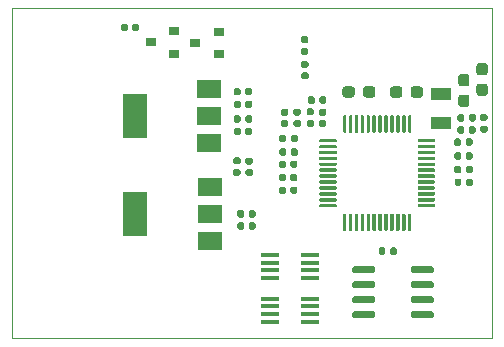
<source format=gbr>
%TF.GenerationSoftware,KiCad,Pcbnew,(5.1.6-0-10_14)*%
%TF.CreationDate,2021-06-09T21:20:11-05:00*%
%TF.ProjectId,led_driver_v2_06052021,6c65645f-6472-4697-9665-725f76325f30,rev?*%
%TF.SameCoordinates,Original*%
%TF.FileFunction,Paste,Top*%
%TF.FilePolarity,Positive*%
%FSLAX46Y46*%
G04 Gerber Fmt 4.6, Leading zero omitted, Abs format (unit mm)*
G04 Created by KiCad (PCBNEW (5.1.6-0-10_14)) date 2021-06-09 21:20:11*
%MOMM*%
%LPD*%
G01*
G04 APERTURE LIST*
%TA.AperFunction,Profile*%
%ADD10C,0.050000*%
%TD*%
%ADD11R,0.900000X0.800000*%
%ADD12R,2.000000X1.500000*%
%ADD13R,2.000000X3.800000*%
%ADD14R,1.600000X0.300000*%
%ADD15R,1.800000X1.000000*%
G04 APERTURE END LIST*
D10*
X182880000Y-25400000D02*
X142240000Y-25400000D01*
X182880000Y-53340000D02*
X182880000Y-25400000D01*
X142240000Y-53340000D02*
X182880000Y-53340000D01*
X142240000Y-25400000D02*
X142240000Y-53340000D01*
%TO.C,C1*%
G36*
G01*
X180707500Y-33745000D02*
X180232500Y-33745000D01*
G75*
G02*
X179995000Y-33507500I0J237500D01*
G01*
X179995000Y-32932500D01*
G75*
G02*
X180232500Y-32695000I237500J0D01*
G01*
X180707500Y-32695000D01*
G75*
G02*
X180945000Y-32932500I0J-237500D01*
G01*
X180945000Y-33507500D01*
G75*
G02*
X180707500Y-33745000I-237500J0D01*
G01*
G37*
G36*
G01*
X180707500Y-31995000D02*
X180232500Y-31995000D01*
G75*
G02*
X179995000Y-31757500I0J237500D01*
G01*
X179995000Y-31182500D01*
G75*
G02*
X180232500Y-30945000I237500J0D01*
G01*
X180707500Y-30945000D01*
G75*
G02*
X180945000Y-31182500I0J-237500D01*
G01*
X180945000Y-31757500D01*
G75*
G02*
X180707500Y-31995000I-237500J0D01*
G01*
G37*
%TD*%
%TO.C,C2*%
G36*
G01*
X182247500Y-31070000D02*
X181772500Y-31070000D01*
G75*
G02*
X181535000Y-30832500I0J237500D01*
G01*
X181535000Y-30257500D01*
G75*
G02*
X181772500Y-30020000I237500J0D01*
G01*
X182247500Y-30020000D01*
G75*
G02*
X182485000Y-30257500I0J-237500D01*
G01*
X182485000Y-30832500D01*
G75*
G02*
X182247500Y-31070000I-237500J0D01*
G01*
G37*
G36*
G01*
X182247500Y-32820000D02*
X181772500Y-32820000D01*
G75*
G02*
X181535000Y-32582500I0J237500D01*
G01*
X181535000Y-32007500D01*
G75*
G02*
X181772500Y-31770000I237500J0D01*
G01*
X182247500Y-31770000D01*
G75*
G02*
X182485000Y-32007500I0J-237500D01*
G01*
X182485000Y-32582500D01*
G75*
G02*
X182247500Y-32820000I-237500J0D01*
G01*
G37*
%TD*%
%TO.C,C3*%
G36*
G01*
X174215000Y-32717500D02*
X174215000Y-32242500D01*
G75*
G02*
X174452500Y-32005000I237500J0D01*
G01*
X175027500Y-32005000D01*
G75*
G02*
X175265000Y-32242500I0J-237500D01*
G01*
X175265000Y-32717500D01*
G75*
G02*
X175027500Y-32955000I-237500J0D01*
G01*
X174452500Y-32955000D01*
G75*
G02*
X174215000Y-32717500I0J237500D01*
G01*
G37*
G36*
G01*
X175965000Y-32717500D02*
X175965000Y-32242500D01*
G75*
G02*
X176202500Y-32005000I237500J0D01*
G01*
X176777500Y-32005000D01*
G75*
G02*
X177015000Y-32242500I0J-237500D01*
G01*
X177015000Y-32717500D01*
G75*
G02*
X176777500Y-32955000I-237500J0D01*
G01*
X176202500Y-32955000D01*
G75*
G02*
X175965000Y-32717500I0J237500D01*
G01*
G37*
%TD*%
%TO.C,C4*%
G36*
G01*
X171235000Y-32232500D02*
X171235000Y-32707500D01*
G75*
G02*
X170997500Y-32945000I-237500J0D01*
G01*
X170422500Y-32945000D01*
G75*
G02*
X170185000Y-32707500I0J237500D01*
G01*
X170185000Y-32232500D01*
G75*
G02*
X170422500Y-31995000I237500J0D01*
G01*
X170997500Y-31995000D01*
G75*
G02*
X171235000Y-32232500I0J-237500D01*
G01*
G37*
G36*
G01*
X172985000Y-32232500D02*
X172985000Y-32707500D01*
G75*
G02*
X172747500Y-32945000I-237500J0D01*
G01*
X172172500Y-32945000D01*
G75*
G02*
X171935000Y-32707500I0J237500D01*
G01*
X171935000Y-32232500D01*
G75*
G02*
X172172500Y-31995000I237500J0D01*
G01*
X172747500Y-31995000D01*
G75*
G02*
X172985000Y-32232500I0J-237500D01*
G01*
G37*
%TD*%
%TO.C,C5*%
G36*
G01*
X161970000Y-33692500D02*
X161970000Y-33347500D01*
G75*
G02*
X162117500Y-33200000I147500J0D01*
G01*
X162412500Y-33200000D01*
G75*
G02*
X162560000Y-33347500I0J-147500D01*
G01*
X162560000Y-33692500D01*
G75*
G02*
X162412500Y-33840000I-147500J0D01*
G01*
X162117500Y-33840000D01*
G75*
G02*
X161970000Y-33692500I0J147500D01*
G01*
G37*
G36*
G01*
X161000000Y-33692500D02*
X161000000Y-33347500D01*
G75*
G02*
X161147500Y-33200000I147500J0D01*
G01*
X161442500Y-33200000D01*
G75*
G02*
X161590000Y-33347500I0J-147500D01*
G01*
X161590000Y-33692500D01*
G75*
G02*
X161442500Y-33840000I-147500J0D01*
G01*
X161147500Y-33840000D01*
G75*
G02*
X161000000Y-33692500I0J147500D01*
G01*
G37*
%TD*%
%TO.C,C6*%
G36*
G01*
X162550000Y-35657500D02*
X162550000Y-36002500D01*
G75*
G02*
X162402500Y-36150000I-147500J0D01*
G01*
X162107500Y-36150000D01*
G75*
G02*
X161960000Y-36002500I0J147500D01*
G01*
X161960000Y-35657500D01*
G75*
G02*
X162107500Y-35510000I147500J0D01*
G01*
X162402500Y-35510000D01*
G75*
G02*
X162550000Y-35657500I0J-147500D01*
G01*
G37*
G36*
G01*
X161580000Y-35657500D02*
X161580000Y-36002500D01*
G75*
G02*
X161432500Y-36150000I-147500J0D01*
G01*
X161137500Y-36150000D01*
G75*
G02*
X160990000Y-36002500I0J147500D01*
G01*
X160990000Y-35657500D01*
G75*
G02*
X161137500Y-35510000I147500J0D01*
G01*
X161432500Y-35510000D01*
G75*
G02*
X161580000Y-35657500I0J-147500D01*
G01*
G37*
%TD*%
%TO.C,C7*%
G36*
G01*
X181987500Y-34350000D02*
X182332500Y-34350000D01*
G75*
G02*
X182480000Y-34497500I0J-147500D01*
G01*
X182480000Y-34792500D01*
G75*
G02*
X182332500Y-34940000I-147500J0D01*
G01*
X181987500Y-34940000D01*
G75*
G02*
X181840000Y-34792500I0J147500D01*
G01*
X181840000Y-34497500D01*
G75*
G02*
X181987500Y-34350000I147500J0D01*
G01*
G37*
G36*
G01*
X181987500Y-35320000D02*
X182332500Y-35320000D01*
G75*
G02*
X182480000Y-35467500I0J-147500D01*
G01*
X182480000Y-35762500D01*
G75*
G02*
X182332500Y-35910000I-147500J0D01*
G01*
X181987500Y-35910000D01*
G75*
G02*
X181840000Y-35762500I0J147500D01*
G01*
X181840000Y-35467500D01*
G75*
G02*
X181987500Y-35320000I147500J0D01*
G01*
G37*
%TD*%
%TO.C,C8*%
G36*
G01*
X181470000Y-35507500D02*
X181470000Y-35852500D01*
G75*
G02*
X181322500Y-36000000I-147500J0D01*
G01*
X181027500Y-36000000D01*
G75*
G02*
X180880000Y-35852500I0J147500D01*
G01*
X180880000Y-35507500D01*
G75*
G02*
X181027500Y-35360000I147500J0D01*
G01*
X181322500Y-35360000D01*
G75*
G02*
X181470000Y-35507500I0J-147500D01*
G01*
G37*
G36*
G01*
X180500000Y-35507500D02*
X180500000Y-35852500D01*
G75*
G02*
X180352500Y-36000000I-147500J0D01*
G01*
X180057500Y-36000000D01*
G75*
G02*
X179910000Y-35852500I0J147500D01*
G01*
X179910000Y-35507500D01*
G75*
G02*
X180057500Y-35360000I147500J0D01*
G01*
X180352500Y-35360000D01*
G75*
G02*
X180500000Y-35507500I0J-147500D01*
G01*
G37*
%TD*%
%TO.C,C9*%
G36*
G01*
X180515000Y-34487500D02*
X180515000Y-34832500D01*
G75*
G02*
X180367500Y-34980000I-147500J0D01*
G01*
X180072500Y-34980000D01*
G75*
G02*
X179925000Y-34832500I0J147500D01*
G01*
X179925000Y-34487500D01*
G75*
G02*
X180072500Y-34340000I147500J0D01*
G01*
X180367500Y-34340000D01*
G75*
G02*
X180515000Y-34487500I0J-147500D01*
G01*
G37*
G36*
G01*
X181485000Y-34487500D02*
X181485000Y-34832500D01*
G75*
G02*
X181337500Y-34980000I-147500J0D01*
G01*
X181042500Y-34980000D01*
G75*
G02*
X180895000Y-34832500I0J147500D01*
G01*
X180895000Y-34487500D01*
G75*
G02*
X181042500Y-34340000I147500J0D01*
G01*
X181337500Y-34340000D01*
G75*
G02*
X181485000Y-34487500I0J-147500D01*
G01*
G37*
%TD*%
%TO.C,C10*%
G36*
G01*
X174215000Y-46132500D02*
X174215000Y-45787500D01*
G75*
G02*
X174362500Y-45640000I147500J0D01*
G01*
X174657500Y-45640000D01*
G75*
G02*
X174805000Y-45787500I0J-147500D01*
G01*
X174805000Y-46132500D01*
G75*
G02*
X174657500Y-46280000I-147500J0D01*
G01*
X174362500Y-46280000D01*
G75*
G02*
X174215000Y-46132500I0J147500D01*
G01*
G37*
G36*
G01*
X173245000Y-46132500D02*
X173245000Y-45787500D01*
G75*
G02*
X173392500Y-45640000I147500J0D01*
G01*
X173687500Y-45640000D01*
G75*
G02*
X173835000Y-45787500I0J-147500D01*
G01*
X173835000Y-46132500D01*
G75*
G02*
X173687500Y-46280000I-147500J0D01*
G01*
X173392500Y-46280000D01*
G75*
G02*
X173245000Y-46132500I0J147500D01*
G01*
G37*
%TD*%
D11*
%TO.C,Q1*%
X153970000Y-28280000D03*
X155970000Y-27330000D03*
X155970000Y-29230000D03*
%TD*%
%TO.C,Q2*%
X159730000Y-29260000D03*
X159730000Y-27360000D03*
X157730000Y-28310000D03*
%TD*%
%TO.C,R1*%
G36*
G01*
X168240000Y-33332500D02*
X168240000Y-32987500D01*
G75*
G02*
X168387500Y-32840000I147500J0D01*
G01*
X168682500Y-32840000D01*
G75*
G02*
X168830000Y-32987500I0J-147500D01*
G01*
X168830000Y-33332500D01*
G75*
G02*
X168682500Y-33480000I-147500J0D01*
G01*
X168387500Y-33480000D01*
G75*
G02*
X168240000Y-33332500I0J147500D01*
G01*
G37*
G36*
G01*
X167270000Y-33332500D02*
X167270000Y-32987500D01*
G75*
G02*
X167417500Y-32840000I147500J0D01*
G01*
X167712500Y-32840000D01*
G75*
G02*
X167860000Y-32987500I0J-147500D01*
G01*
X167860000Y-33332500D01*
G75*
G02*
X167712500Y-33480000I-147500J0D01*
G01*
X167417500Y-33480000D01*
G75*
G02*
X167270000Y-33332500I0J147500D01*
G01*
G37*
%TD*%
%TO.C,R2*%
G36*
G01*
X168337500Y-34850000D02*
X168682500Y-34850000D01*
G75*
G02*
X168830000Y-34997500I0J-147500D01*
G01*
X168830000Y-35292500D01*
G75*
G02*
X168682500Y-35440000I-147500J0D01*
G01*
X168337500Y-35440000D01*
G75*
G02*
X168190000Y-35292500I0J147500D01*
G01*
X168190000Y-34997500D01*
G75*
G02*
X168337500Y-34850000I147500J0D01*
G01*
G37*
G36*
G01*
X168337500Y-33880000D02*
X168682500Y-33880000D01*
G75*
G02*
X168830000Y-34027500I0J-147500D01*
G01*
X168830000Y-34322500D01*
G75*
G02*
X168682500Y-34470000I-147500J0D01*
G01*
X168337500Y-34470000D01*
G75*
G02*
X168190000Y-34322500I0J147500D01*
G01*
X168190000Y-34027500D01*
G75*
G02*
X168337500Y-33880000I147500J0D01*
G01*
G37*
%TD*%
%TO.C,R3*%
G36*
G01*
X167642500Y-35430000D02*
X167297500Y-35430000D01*
G75*
G02*
X167150000Y-35282500I0J147500D01*
G01*
X167150000Y-34987500D01*
G75*
G02*
X167297500Y-34840000I147500J0D01*
G01*
X167642500Y-34840000D01*
G75*
G02*
X167790000Y-34987500I0J-147500D01*
G01*
X167790000Y-35282500D01*
G75*
G02*
X167642500Y-35430000I-147500J0D01*
G01*
G37*
G36*
G01*
X167642500Y-34460000D02*
X167297500Y-34460000D01*
G75*
G02*
X167150000Y-34312500I0J147500D01*
G01*
X167150000Y-34017500D01*
G75*
G02*
X167297500Y-33870000I147500J0D01*
G01*
X167642500Y-33870000D01*
G75*
G02*
X167790000Y-34017500I0J-147500D01*
G01*
X167790000Y-34312500D01*
G75*
G02*
X167642500Y-34460000I-147500J0D01*
G01*
G37*
%TD*%
%TO.C,R4*%
G36*
G01*
X161960000Y-34932500D02*
X161960000Y-34587500D01*
G75*
G02*
X162107500Y-34440000I147500J0D01*
G01*
X162402500Y-34440000D01*
G75*
G02*
X162550000Y-34587500I0J-147500D01*
G01*
X162550000Y-34932500D01*
G75*
G02*
X162402500Y-35080000I-147500J0D01*
G01*
X162107500Y-35080000D01*
G75*
G02*
X161960000Y-34932500I0J147500D01*
G01*
G37*
G36*
G01*
X160990000Y-34932500D02*
X160990000Y-34587500D01*
G75*
G02*
X161137500Y-34440000I147500J0D01*
G01*
X161432500Y-34440000D01*
G75*
G02*
X161580000Y-34587500I0J-147500D01*
G01*
X161580000Y-34932500D01*
G75*
G02*
X161432500Y-35080000I-147500J0D01*
G01*
X161137500Y-35080000D01*
G75*
G02*
X160990000Y-34932500I0J147500D01*
G01*
G37*
%TD*%
%TO.C,R5*%
G36*
G01*
X166375000Y-40627500D02*
X166375000Y-40972500D01*
G75*
G02*
X166227500Y-41120000I-147500J0D01*
G01*
X165932500Y-41120000D01*
G75*
G02*
X165785000Y-40972500I0J147500D01*
G01*
X165785000Y-40627500D01*
G75*
G02*
X165932500Y-40480000I147500J0D01*
G01*
X166227500Y-40480000D01*
G75*
G02*
X166375000Y-40627500I0J-147500D01*
G01*
G37*
G36*
G01*
X165405000Y-40627500D02*
X165405000Y-40972500D01*
G75*
G02*
X165257500Y-41120000I-147500J0D01*
G01*
X164962500Y-41120000D01*
G75*
G02*
X164815000Y-40972500I0J147500D01*
G01*
X164815000Y-40627500D01*
G75*
G02*
X164962500Y-40480000I147500J0D01*
G01*
X165257500Y-40480000D01*
G75*
G02*
X165405000Y-40627500I0J-147500D01*
G01*
G37*
%TD*%
%TO.C,R6*%
G36*
G01*
X166187500Y-34860000D02*
X166532500Y-34860000D01*
G75*
G02*
X166680000Y-35007500I0J-147500D01*
G01*
X166680000Y-35302500D01*
G75*
G02*
X166532500Y-35450000I-147500J0D01*
G01*
X166187500Y-35450000D01*
G75*
G02*
X166040000Y-35302500I0J147500D01*
G01*
X166040000Y-35007500D01*
G75*
G02*
X166187500Y-34860000I147500J0D01*
G01*
G37*
G36*
G01*
X166187500Y-33890000D02*
X166532500Y-33890000D01*
G75*
G02*
X166680000Y-34037500I0J-147500D01*
G01*
X166680000Y-34332500D01*
G75*
G02*
X166532500Y-34480000I-147500J0D01*
G01*
X166187500Y-34480000D01*
G75*
G02*
X166040000Y-34332500I0J147500D01*
G01*
X166040000Y-34037500D01*
G75*
G02*
X166187500Y-33890000I147500J0D01*
G01*
G37*
%TD*%
%TO.C,R7*%
G36*
G01*
X165462500Y-35440000D02*
X165117500Y-35440000D01*
G75*
G02*
X164970000Y-35292500I0J147500D01*
G01*
X164970000Y-34997500D01*
G75*
G02*
X165117500Y-34850000I147500J0D01*
G01*
X165462500Y-34850000D01*
G75*
G02*
X165610000Y-34997500I0J-147500D01*
G01*
X165610000Y-35292500D01*
G75*
G02*
X165462500Y-35440000I-147500J0D01*
G01*
G37*
G36*
G01*
X165462500Y-34470000D02*
X165117500Y-34470000D01*
G75*
G02*
X164970000Y-34322500I0J147500D01*
G01*
X164970000Y-34027500D01*
G75*
G02*
X165117500Y-33880000I147500J0D01*
G01*
X165462500Y-33880000D01*
G75*
G02*
X165610000Y-34027500I0J-147500D01*
G01*
X165610000Y-34322500D01*
G75*
G02*
X165462500Y-34470000I-147500J0D01*
G01*
G37*
%TD*%
%TO.C,R8*%
G36*
G01*
X152400000Y-27182500D02*
X152400000Y-26837500D01*
G75*
G02*
X152547500Y-26690000I147500J0D01*
G01*
X152842500Y-26690000D01*
G75*
G02*
X152990000Y-26837500I0J-147500D01*
G01*
X152990000Y-27182500D01*
G75*
G02*
X152842500Y-27330000I-147500J0D01*
G01*
X152547500Y-27330000D01*
G75*
G02*
X152400000Y-27182500I0J147500D01*
G01*
G37*
G36*
G01*
X151430000Y-27182500D02*
X151430000Y-26837500D01*
G75*
G02*
X151577500Y-26690000I147500J0D01*
G01*
X151872500Y-26690000D01*
G75*
G02*
X152020000Y-26837500I0J-147500D01*
G01*
X152020000Y-27182500D01*
G75*
G02*
X151872500Y-27330000I-147500J0D01*
G01*
X151577500Y-27330000D01*
G75*
G02*
X151430000Y-27182500I0J147500D01*
G01*
G37*
%TD*%
%TO.C,R9*%
G36*
G01*
X167182500Y-31410000D02*
X166837500Y-31410000D01*
G75*
G02*
X166690000Y-31262500I0J147500D01*
G01*
X166690000Y-30967500D01*
G75*
G02*
X166837500Y-30820000I147500J0D01*
G01*
X167182500Y-30820000D01*
G75*
G02*
X167330000Y-30967500I0J-147500D01*
G01*
X167330000Y-31262500D01*
G75*
G02*
X167182500Y-31410000I-147500J0D01*
G01*
G37*
G36*
G01*
X167182500Y-30440000D02*
X166837500Y-30440000D01*
G75*
G02*
X166690000Y-30292500I0J147500D01*
G01*
X166690000Y-29997500D01*
G75*
G02*
X166837500Y-29850000I147500J0D01*
G01*
X167182500Y-29850000D01*
G75*
G02*
X167330000Y-29997500I0J-147500D01*
G01*
X167330000Y-30292500D01*
G75*
G02*
X167182500Y-30440000I-147500J0D01*
G01*
G37*
%TD*%
%TO.C,R10*%
G36*
G01*
X167152500Y-28365000D02*
X166807500Y-28365000D01*
G75*
G02*
X166660000Y-28217500I0J147500D01*
G01*
X166660000Y-27922500D01*
G75*
G02*
X166807500Y-27775000I147500J0D01*
G01*
X167152500Y-27775000D01*
G75*
G02*
X167300000Y-27922500I0J-147500D01*
G01*
X167300000Y-28217500D01*
G75*
G02*
X167152500Y-28365000I-147500J0D01*
G01*
G37*
G36*
G01*
X167152500Y-29335000D02*
X166807500Y-29335000D01*
G75*
G02*
X166660000Y-29187500I0J147500D01*
G01*
X166660000Y-28892500D01*
G75*
G02*
X166807500Y-28745000I147500J0D01*
G01*
X167152500Y-28745000D01*
G75*
G02*
X167300000Y-28892500I0J-147500D01*
G01*
X167300000Y-29187500D01*
G75*
G02*
X167152500Y-29335000I-147500J0D01*
G01*
G37*
%TD*%
%TO.C,R11*%
G36*
G01*
X180240000Y-36557500D02*
X180240000Y-36902500D01*
G75*
G02*
X180092500Y-37050000I-147500J0D01*
G01*
X179797500Y-37050000D01*
G75*
G02*
X179650000Y-36902500I0J147500D01*
G01*
X179650000Y-36557500D01*
G75*
G02*
X179797500Y-36410000I147500J0D01*
G01*
X180092500Y-36410000D01*
G75*
G02*
X180240000Y-36557500I0J-147500D01*
G01*
G37*
G36*
G01*
X181210000Y-36557500D02*
X181210000Y-36902500D01*
G75*
G02*
X181062500Y-37050000I-147500J0D01*
G01*
X180767500Y-37050000D01*
G75*
G02*
X180620000Y-36902500I0J147500D01*
G01*
X180620000Y-36557500D01*
G75*
G02*
X180767500Y-36410000I147500J0D01*
G01*
X181062500Y-36410000D01*
G75*
G02*
X181210000Y-36557500I0J-147500D01*
G01*
G37*
%TD*%
%TO.C,R12*%
G36*
G01*
X179670000Y-38072500D02*
X179670000Y-37727500D01*
G75*
G02*
X179817500Y-37580000I147500J0D01*
G01*
X180112500Y-37580000D01*
G75*
G02*
X180260000Y-37727500I0J-147500D01*
G01*
X180260000Y-38072500D01*
G75*
G02*
X180112500Y-38220000I-147500J0D01*
G01*
X179817500Y-38220000D01*
G75*
G02*
X179670000Y-38072500I0J147500D01*
G01*
G37*
G36*
G01*
X180640000Y-38072500D02*
X180640000Y-37727500D01*
G75*
G02*
X180787500Y-37580000I147500J0D01*
G01*
X181082500Y-37580000D01*
G75*
G02*
X181230000Y-37727500I0J-147500D01*
G01*
X181230000Y-38072500D01*
G75*
G02*
X181082500Y-38220000I-147500J0D01*
G01*
X180787500Y-38220000D01*
G75*
G02*
X180640000Y-38072500I0J147500D01*
G01*
G37*
%TD*%
%TO.C,R13*%
G36*
G01*
X180270000Y-39947500D02*
X180270000Y-40292500D01*
G75*
G02*
X180122500Y-40440000I-147500J0D01*
G01*
X179827500Y-40440000D01*
G75*
G02*
X179680000Y-40292500I0J147500D01*
G01*
X179680000Y-39947500D01*
G75*
G02*
X179827500Y-39800000I147500J0D01*
G01*
X180122500Y-39800000D01*
G75*
G02*
X180270000Y-39947500I0J-147500D01*
G01*
G37*
G36*
G01*
X181240000Y-39947500D02*
X181240000Y-40292500D01*
G75*
G02*
X181092500Y-40440000I-147500J0D01*
G01*
X180797500Y-40440000D01*
G75*
G02*
X180650000Y-40292500I0J147500D01*
G01*
X180650000Y-39947500D01*
G75*
G02*
X180797500Y-39800000I147500J0D01*
G01*
X181092500Y-39800000D01*
G75*
G02*
X181240000Y-39947500I0J-147500D01*
G01*
G37*
%TD*%
%TO.C,R14*%
G36*
G01*
X165410000Y-39547500D02*
X165410000Y-39892500D01*
G75*
G02*
X165262500Y-40040000I-147500J0D01*
G01*
X164967500Y-40040000D01*
G75*
G02*
X164820000Y-39892500I0J147500D01*
G01*
X164820000Y-39547500D01*
G75*
G02*
X164967500Y-39400000I147500J0D01*
G01*
X165262500Y-39400000D01*
G75*
G02*
X165410000Y-39547500I0J-147500D01*
G01*
G37*
G36*
G01*
X166380000Y-39547500D02*
X166380000Y-39892500D01*
G75*
G02*
X166232500Y-40040000I-147500J0D01*
G01*
X165937500Y-40040000D01*
G75*
G02*
X165790000Y-39892500I0J147500D01*
G01*
X165790000Y-39547500D01*
G75*
G02*
X165937500Y-39400000I147500J0D01*
G01*
X166232500Y-39400000D01*
G75*
G02*
X166380000Y-39547500I0J-147500D01*
G01*
G37*
%TD*%
%TO.C,R15*%
G36*
G01*
X181225000Y-38877500D02*
X181225000Y-39222500D01*
G75*
G02*
X181077500Y-39370000I-147500J0D01*
G01*
X180782500Y-39370000D01*
G75*
G02*
X180635000Y-39222500I0J147500D01*
G01*
X180635000Y-38877500D01*
G75*
G02*
X180782500Y-38730000I147500J0D01*
G01*
X181077500Y-38730000D01*
G75*
G02*
X181225000Y-38877500I0J-147500D01*
G01*
G37*
G36*
G01*
X180255000Y-38877500D02*
X180255000Y-39222500D01*
G75*
G02*
X180107500Y-39370000I-147500J0D01*
G01*
X179812500Y-39370000D01*
G75*
G02*
X179665000Y-39222500I0J147500D01*
G01*
X179665000Y-38877500D01*
G75*
G02*
X179812500Y-38730000I147500J0D01*
G01*
X180107500Y-38730000D01*
G75*
G02*
X180255000Y-38877500I0J-147500D01*
G01*
G37*
%TD*%
%TO.C,R16*%
G36*
G01*
X160980000Y-32622500D02*
X160980000Y-32277500D01*
G75*
G02*
X161127500Y-32130000I147500J0D01*
G01*
X161422500Y-32130000D01*
G75*
G02*
X161570000Y-32277500I0J-147500D01*
G01*
X161570000Y-32622500D01*
G75*
G02*
X161422500Y-32770000I-147500J0D01*
G01*
X161127500Y-32770000D01*
G75*
G02*
X160980000Y-32622500I0J147500D01*
G01*
G37*
G36*
G01*
X161950000Y-32622500D02*
X161950000Y-32277500D01*
G75*
G02*
X162097500Y-32130000I147500J0D01*
G01*
X162392500Y-32130000D01*
G75*
G02*
X162540000Y-32277500I0J-147500D01*
G01*
X162540000Y-32622500D01*
G75*
G02*
X162392500Y-32770000I-147500J0D01*
G01*
X162097500Y-32770000D01*
G75*
G02*
X161950000Y-32622500I0J147500D01*
G01*
G37*
%TD*%
%TO.C,R17*%
G36*
G01*
X165820000Y-37742500D02*
X165820000Y-37397500D01*
G75*
G02*
X165967500Y-37250000I147500J0D01*
G01*
X166262500Y-37250000D01*
G75*
G02*
X166410000Y-37397500I0J-147500D01*
G01*
X166410000Y-37742500D01*
G75*
G02*
X166262500Y-37890000I-147500J0D01*
G01*
X165967500Y-37890000D01*
G75*
G02*
X165820000Y-37742500I0J147500D01*
G01*
G37*
G36*
G01*
X164850000Y-37742500D02*
X164850000Y-37397500D01*
G75*
G02*
X164997500Y-37250000I147500J0D01*
G01*
X165292500Y-37250000D01*
G75*
G02*
X165440000Y-37397500I0J-147500D01*
G01*
X165440000Y-37742500D01*
G75*
G02*
X165292500Y-37890000I-147500J0D01*
G01*
X164997500Y-37890000D01*
G75*
G02*
X164850000Y-37742500I0J147500D01*
G01*
G37*
%TD*%
%TO.C,R18*%
G36*
G01*
X166410000Y-36247500D02*
X166410000Y-36592500D01*
G75*
G02*
X166262500Y-36740000I-147500J0D01*
G01*
X165967500Y-36740000D01*
G75*
G02*
X165820000Y-36592500I0J147500D01*
G01*
X165820000Y-36247500D01*
G75*
G02*
X165967500Y-36100000I147500J0D01*
G01*
X166262500Y-36100000D01*
G75*
G02*
X166410000Y-36247500I0J-147500D01*
G01*
G37*
G36*
G01*
X165440000Y-36247500D02*
X165440000Y-36592500D01*
G75*
G02*
X165292500Y-36740000I-147500J0D01*
G01*
X164997500Y-36740000D01*
G75*
G02*
X164850000Y-36592500I0J147500D01*
G01*
X164850000Y-36247500D01*
G75*
G02*
X164997500Y-36100000I147500J0D01*
G01*
X165292500Y-36100000D01*
G75*
G02*
X165440000Y-36247500I0J-147500D01*
G01*
G37*
%TD*%
%TO.C,R19*%
G36*
G01*
X164820000Y-38772500D02*
X164820000Y-38427500D01*
G75*
G02*
X164967500Y-38280000I147500J0D01*
G01*
X165262500Y-38280000D01*
G75*
G02*
X165410000Y-38427500I0J-147500D01*
G01*
X165410000Y-38772500D01*
G75*
G02*
X165262500Y-38920000I-147500J0D01*
G01*
X164967500Y-38920000D01*
G75*
G02*
X164820000Y-38772500I0J147500D01*
G01*
G37*
G36*
G01*
X165790000Y-38772500D02*
X165790000Y-38427500D01*
G75*
G02*
X165937500Y-38280000I147500J0D01*
G01*
X166232500Y-38280000D01*
G75*
G02*
X166380000Y-38427500I0J-147500D01*
G01*
X166380000Y-38772500D01*
G75*
G02*
X166232500Y-38920000I-147500J0D01*
G01*
X165937500Y-38920000D01*
G75*
G02*
X165790000Y-38772500I0J147500D01*
G01*
G37*
%TD*%
%TO.C,R20*%
G36*
G01*
X161412500Y-39580000D02*
X161067500Y-39580000D01*
G75*
G02*
X160920000Y-39432500I0J147500D01*
G01*
X160920000Y-39137500D01*
G75*
G02*
X161067500Y-38990000I147500J0D01*
G01*
X161412500Y-38990000D01*
G75*
G02*
X161560000Y-39137500I0J-147500D01*
G01*
X161560000Y-39432500D01*
G75*
G02*
X161412500Y-39580000I-147500J0D01*
G01*
G37*
G36*
G01*
X161412500Y-38610000D02*
X161067500Y-38610000D01*
G75*
G02*
X160920000Y-38462500I0J147500D01*
G01*
X160920000Y-38167500D01*
G75*
G02*
X161067500Y-38020000I147500J0D01*
G01*
X161412500Y-38020000D01*
G75*
G02*
X161560000Y-38167500I0J-147500D01*
G01*
X161560000Y-38462500D01*
G75*
G02*
X161412500Y-38610000I-147500J0D01*
G01*
G37*
%TD*%
%TO.C,R21*%
G36*
G01*
X162250000Y-42962500D02*
X162250000Y-42617500D01*
G75*
G02*
X162397500Y-42470000I147500J0D01*
G01*
X162692500Y-42470000D01*
G75*
G02*
X162840000Y-42617500I0J-147500D01*
G01*
X162840000Y-42962500D01*
G75*
G02*
X162692500Y-43110000I-147500J0D01*
G01*
X162397500Y-43110000D01*
G75*
G02*
X162250000Y-42962500I0J147500D01*
G01*
G37*
G36*
G01*
X161280000Y-42962500D02*
X161280000Y-42617500D01*
G75*
G02*
X161427500Y-42470000I147500J0D01*
G01*
X161722500Y-42470000D01*
G75*
G02*
X161870000Y-42617500I0J-147500D01*
G01*
X161870000Y-42962500D01*
G75*
G02*
X161722500Y-43110000I-147500J0D01*
G01*
X161427500Y-43110000D01*
G75*
G02*
X161280000Y-42962500I0J147500D01*
G01*
G37*
%TD*%
%TO.C,R22*%
G36*
G01*
X161290000Y-44002500D02*
X161290000Y-43657500D01*
G75*
G02*
X161437500Y-43510000I147500J0D01*
G01*
X161732500Y-43510000D01*
G75*
G02*
X161880000Y-43657500I0J-147500D01*
G01*
X161880000Y-44002500D01*
G75*
G02*
X161732500Y-44150000I-147500J0D01*
G01*
X161437500Y-44150000D01*
G75*
G02*
X161290000Y-44002500I0J147500D01*
G01*
G37*
G36*
G01*
X162260000Y-44002500D02*
X162260000Y-43657500D01*
G75*
G02*
X162407500Y-43510000I147500J0D01*
G01*
X162702500Y-43510000D01*
G75*
G02*
X162850000Y-43657500I0J-147500D01*
G01*
X162850000Y-44002500D01*
G75*
G02*
X162702500Y-44150000I-147500J0D01*
G01*
X162407500Y-44150000D01*
G75*
G02*
X162260000Y-44002500I0J147500D01*
G01*
G37*
%TD*%
%TO.C,R23*%
G36*
G01*
X162462500Y-39590000D02*
X162117500Y-39590000D01*
G75*
G02*
X161970000Y-39442500I0J147500D01*
G01*
X161970000Y-39147500D01*
G75*
G02*
X162117500Y-39000000I147500J0D01*
G01*
X162462500Y-39000000D01*
G75*
G02*
X162610000Y-39147500I0J-147500D01*
G01*
X162610000Y-39442500D01*
G75*
G02*
X162462500Y-39590000I-147500J0D01*
G01*
G37*
G36*
G01*
X162462500Y-38620000D02*
X162117500Y-38620000D01*
G75*
G02*
X161970000Y-38472500I0J147500D01*
G01*
X161970000Y-38177500D01*
G75*
G02*
X162117500Y-38030000I147500J0D01*
G01*
X162462500Y-38030000D01*
G75*
G02*
X162610000Y-38177500I0J-147500D01*
G01*
X162610000Y-38472500D01*
G75*
G02*
X162462500Y-38620000I-147500J0D01*
G01*
G37*
%TD*%
D12*
%TO.C,U1*%
X158920000Y-36790000D03*
X158920000Y-32190000D03*
X158920000Y-34490000D03*
D13*
X152620000Y-34490000D03*
%TD*%
%TO.C,U2*%
G36*
G01*
X175805000Y-34450000D02*
X175955000Y-34450000D01*
G75*
G02*
X176030000Y-34525000I0J-75000D01*
G01*
X176030000Y-35850000D01*
G75*
G02*
X175955000Y-35925000I-75000J0D01*
G01*
X175805000Y-35925000D01*
G75*
G02*
X175730000Y-35850000I0J75000D01*
G01*
X175730000Y-34525000D01*
G75*
G02*
X175805000Y-34450000I75000J0D01*
G01*
G37*
G36*
G01*
X175305000Y-34450000D02*
X175455000Y-34450000D01*
G75*
G02*
X175530000Y-34525000I0J-75000D01*
G01*
X175530000Y-35850000D01*
G75*
G02*
X175455000Y-35925000I-75000J0D01*
G01*
X175305000Y-35925000D01*
G75*
G02*
X175230000Y-35850000I0J75000D01*
G01*
X175230000Y-34525000D01*
G75*
G02*
X175305000Y-34450000I75000J0D01*
G01*
G37*
G36*
G01*
X174805000Y-34450000D02*
X174955000Y-34450000D01*
G75*
G02*
X175030000Y-34525000I0J-75000D01*
G01*
X175030000Y-35850000D01*
G75*
G02*
X174955000Y-35925000I-75000J0D01*
G01*
X174805000Y-35925000D01*
G75*
G02*
X174730000Y-35850000I0J75000D01*
G01*
X174730000Y-34525000D01*
G75*
G02*
X174805000Y-34450000I75000J0D01*
G01*
G37*
G36*
G01*
X174305000Y-34450000D02*
X174455000Y-34450000D01*
G75*
G02*
X174530000Y-34525000I0J-75000D01*
G01*
X174530000Y-35850000D01*
G75*
G02*
X174455000Y-35925000I-75000J0D01*
G01*
X174305000Y-35925000D01*
G75*
G02*
X174230000Y-35850000I0J75000D01*
G01*
X174230000Y-34525000D01*
G75*
G02*
X174305000Y-34450000I75000J0D01*
G01*
G37*
G36*
G01*
X173805000Y-34450000D02*
X173955000Y-34450000D01*
G75*
G02*
X174030000Y-34525000I0J-75000D01*
G01*
X174030000Y-35850000D01*
G75*
G02*
X173955000Y-35925000I-75000J0D01*
G01*
X173805000Y-35925000D01*
G75*
G02*
X173730000Y-35850000I0J75000D01*
G01*
X173730000Y-34525000D01*
G75*
G02*
X173805000Y-34450000I75000J0D01*
G01*
G37*
G36*
G01*
X173305000Y-34450000D02*
X173455000Y-34450000D01*
G75*
G02*
X173530000Y-34525000I0J-75000D01*
G01*
X173530000Y-35850000D01*
G75*
G02*
X173455000Y-35925000I-75000J0D01*
G01*
X173305000Y-35925000D01*
G75*
G02*
X173230000Y-35850000I0J75000D01*
G01*
X173230000Y-34525000D01*
G75*
G02*
X173305000Y-34450000I75000J0D01*
G01*
G37*
G36*
G01*
X172805000Y-34450000D02*
X172955000Y-34450000D01*
G75*
G02*
X173030000Y-34525000I0J-75000D01*
G01*
X173030000Y-35850000D01*
G75*
G02*
X172955000Y-35925000I-75000J0D01*
G01*
X172805000Y-35925000D01*
G75*
G02*
X172730000Y-35850000I0J75000D01*
G01*
X172730000Y-34525000D01*
G75*
G02*
X172805000Y-34450000I75000J0D01*
G01*
G37*
G36*
G01*
X172305000Y-34450000D02*
X172455000Y-34450000D01*
G75*
G02*
X172530000Y-34525000I0J-75000D01*
G01*
X172530000Y-35850000D01*
G75*
G02*
X172455000Y-35925000I-75000J0D01*
G01*
X172305000Y-35925000D01*
G75*
G02*
X172230000Y-35850000I0J75000D01*
G01*
X172230000Y-34525000D01*
G75*
G02*
X172305000Y-34450000I75000J0D01*
G01*
G37*
G36*
G01*
X171805000Y-34450000D02*
X171955000Y-34450000D01*
G75*
G02*
X172030000Y-34525000I0J-75000D01*
G01*
X172030000Y-35850000D01*
G75*
G02*
X171955000Y-35925000I-75000J0D01*
G01*
X171805000Y-35925000D01*
G75*
G02*
X171730000Y-35850000I0J75000D01*
G01*
X171730000Y-34525000D01*
G75*
G02*
X171805000Y-34450000I75000J0D01*
G01*
G37*
G36*
G01*
X171305000Y-34450000D02*
X171455000Y-34450000D01*
G75*
G02*
X171530000Y-34525000I0J-75000D01*
G01*
X171530000Y-35850000D01*
G75*
G02*
X171455000Y-35925000I-75000J0D01*
G01*
X171305000Y-35925000D01*
G75*
G02*
X171230000Y-35850000I0J75000D01*
G01*
X171230000Y-34525000D01*
G75*
G02*
X171305000Y-34450000I75000J0D01*
G01*
G37*
G36*
G01*
X170805000Y-34450000D02*
X170955000Y-34450000D01*
G75*
G02*
X171030000Y-34525000I0J-75000D01*
G01*
X171030000Y-35850000D01*
G75*
G02*
X170955000Y-35925000I-75000J0D01*
G01*
X170805000Y-35925000D01*
G75*
G02*
X170730000Y-35850000I0J75000D01*
G01*
X170730000Y-34525000D01*
G75*
G02*
X170805000Y-34450000I75000J0D01*
G01*
G37*
G36*
G01*
X170305000Y-34450000D02*
X170455000Y-34450000D01*
G75*
G02*
X170530000Y-34525000I0J-75000D01*
G01*
X170530000Y-35850000D01*
G75*
G02*
X170455000Y-35925000I-75000J0D01*
G01*
X170305000Y-35925000D01*
G75*
G02*
X170230000Y-35850000I0J75000D01*
G01*
X170230000Y-34525000D01*
G75*
G02*
X170305000Y-34450000I75000J0D01*
G01*
G37*
G36*
G01*
X168305000Y-36450000D02*
X169630000Y-36450000D01*
G75*
G02*
X169705000Y-36525000I0J-75000D01*
G01*
X169705000Y-36675000D01*
G75*
G02*
X169630000Y-36750000I-75000J0D01*
G01*
X168305000Y-36750000D01*
G75*
G02*
X168230000Y-36675000I0J75000D01*
G01*
X168230000Y-36525000D01*
G75*
G02*
X168305000Y-36450000I75000J0D01*
G01*
G37*
G36*
G01*
X168305000Y-36950000D02*
X169630000Y-36950000D01*
G75*
G02*
X169705000Y-37025000I0J-75000D01*
G01*
X169705000Y-37175000D01*
G75*
G02*
X169630000Y-37250000I-75000J0D01*
G01*
X168305000Y-37250000D01*
G75*
G02*
X168230000Y-37175000I0J75000D01*
G01*
X168230000Y-37025000D01*
G75*
G02*
X168305000Y-36950000I75000J0D01*
G01*
G37*
G36*
G01*
X168305000Y-37450000D02*
X169630000Y-37450000D01*
G75*
G02*
X169705000Y-37525000I0J-75000D01*
G01*
X169705000Y-37675000D01*
G75*
G02*
X169630000Y-37750000I-75000J0D01*
G01*
X168305000Y-37750000D01*
G75*
G02*
X168230000Y-37675000I0J75000D01*
G01*
X168230000Y-37525000D01*
G75*
G02*
X168305000Y-37450000I75000J0D01*
G01*
G37*
G36*
G01*
X168305000Y-37950000D02*
X169630000Y-37950000D01*
G75*
G02*
X169705000Y-38025000I0J-75000D01*
G01*
X169705000Y-38175000D01*
G75*
G02*
X169630000Y-38250000I-75000J0D01*
G01*
X168305000Y-38250000D01*
G75*
G02*
X168230000Y-38175000I0J75000D01*
G01*
X168230000Y-38025000D01*
G75*
G02*
X168305000Y-37950000I75000J0D01*
G01*
G37*
G36*
G01*
X168305000Y-38450000D02*
X169630000Y-38450000D01*
G75*
G02*
X169705000Y-38525000I0J-75000D01*
G01*
X169705000Y-38675000D01*
G75*
G02*
X169630000Y-38750000I-75000J0D01*
G01*
X168305000Y-38750000D01*
G75*
G02*
X168230000Y-38675000I0J75000D01*
G01*
X168230000Y-38525000D01*
G75*
G02*
X168305000Y-38450000I75000J0D01*
G01*
G37*
G36*
G01*
X168305000Y-38950000D02*
X169630000Y-38950000D01*
G75*
G02*
X169705000Y-39025000I0J-75000D01*
G01*
X169705000Y-39175000D01*
G75*
G02*
X169630000Y-39250000I-75000J0D01*
G01*
X168305000Y-39250000D01*
G75*
G02*
X168230000Y-39175000I0J75000D01*
G01*
X168230000Y-39025000D01*
G75*
G02*
X168305000Y-38950000I75000J0D01*
G01*
G37*
G36*
G01*
X168305000Y-39450000D02*
X169630000Y-39450000D01*
G75*
G02*
X169705000Y-39525000I0J-75000D01*
G01*
X169705000Y-39675000D01*
G75*
G02*
X169630000Y-39750000I-75000J0D01*
G01*
X168305000Y-39750000D01*
G75*
G02*
X168230000Y-39675000I0J75000D01*
G01*
X168230000Y-39525000D01*
G75*
G02*
X168305000Y-39450000I75000J0D01*
G01*
G37*
G36*
G01*
X168305000Y-39950000D02*
X169630000Y-39950000D01*
G75*
G02*
X169705000Y-40025000I0J-75000D01*
G01*
X169705000Y-40175000D01*
G75*
G02*
X169630000Y-40250000I-75000J0D01*
G01*
X168305000Y-40250000D01*
G75*
G02*
X168230000Y-40175000I0J75000D01*
G01*
X168230000Y-40025000D01*
G75*
G02*
X168305000Y-39950000I75000J0D01*
G01*
G37*
G36*
G01*
X168305000Y-40450000D02*
X169630000Y-40450000D01*
G75*
G02*
X169705000Y-40525000I0J-75000D01*
G01*
X169705000Y-40675000D01*
G75*
G02*
X169630000Y-40750000I-75000J0D01*
G01*
X168305000Y-40750000D01*
G75*
G02*
X168230000Y-40675000I0J75000D01*
G01*
X168230000Y-40525000D01*
G75*
G02*
X168305000Y-40450000I75000J0D01*
G01*
G37*
G36*
G01*
X168305000Y-40950000D02*
X169630000Y-40950000D01*
G75*
G02*
X169705000Y-41025000I0J-75000D01*
G01*
X169705000Y-41175000D01*
G75*
G02*
X169630000Y-41250000I-75000J0D01*
G01*
X168305000Y-41250000D01*
G75*
G02*
X168230000Y-41175000I0J75000D01*
G01*
X168230000Y-41025000D01*
G75*
G02*
X168305000Y-40950000I75000J0D01*
G01*
G37*
G36*
G01*
X168305000Y-41450000D02*
X169630000Y-41450000D01*
G75*
G02*
X169705000Y-41525000I0J-75000D01*
G01*
X169705000Y-41675000D01*
G75*
G02*
X169630000Y-41750000I-75000J0D01*
G01*
X168305000Y-41750000D01*
G75*
G02*
X168230000Y-41675000I0J75000D01*
G01*
X168230000Y-41525000D01*
G75*
G02*
X168305000Y-41450000I75000J0D01*
G01*
G37*
G36*
G01*
X168305000Y-41950000D02*
X169630000Y-41950000D01*
G75*
G02*
X169705000Y-42025000I0J-75000D01*
G01*
X169705000Y-42175000D01*
G75*
G02*
X169630000Y-42250000I-75000J0D01*
G01*
X168305000Y-42250000D01*
G75*
G02*
X168230000Y-42175000I0J75000D01*
G01*
X168230000Y-42025000D01*
G75*
G02*
X168305000Y-41950000I75000J0D01*
G01*
G37*
G36*
G01*
X170305000Y-42775000D02*
X170455000Y-42775000D01*
G75*
G02*
X170530000Y-42850000I0J-75000D01*
G01*
X170530000Y-44175000D01*
G75*
G02*
X170455000Y-44250000I-75000J0D01*
G01*
X170305000Y-44250000D01*
G75*
G02*
X170230000Y-44175000I0J75000D01*
G01*
X170230000Y-42850000D01*
G75*
G02*
X170305000Y-42775000I75000J0D01*
G01*
G37*
G36*
G01*
X170805000Y-42775000D02*
X170955000Y-42775000D01*
G75*
G02*
X171030000Y-42850000I0J-75000D01*
G01*
X171030000Y-44175000D01*
G75*
G02*
X170955000Y-44250000I-75000J0D01*
G01*
X170805000Y-44250000D01*
G75*
G02*
X170730000Y-44175000I0J75000D01*
G01*
X170730000Y-42850000D01*
G75*
G02*
X170805000Y-42775000I75000J0D01*
G01*
G37*
G36*
G01*
X171305000Y-42775000D02*
X171455000Y-42775000D01*
G75*
G02*
X171530000Y-42850000I0J-75000D01*
G01*
X171530000Y-44175000D01*
G75*
G02*
X171455000Y-44250000I-75000J0D01*
G01*
X171305000Y-44250000D01*
G75*
G02*
X171230000Y-44175000I0J75000D01*
G01*
X171230000Y-42850000D01*
G75*
G02*
X171305000Y-42775000I75000J0D01*
G01*
G37*
G36*
G01*
X171805000Y-42775000D02*
X171955000Y-42775000D01*
G75*
G02*
X172030000Y-42850000I0J-75000D01*
G01*
X172030000Y-44175000D01*
G75*
G02*
X171955000Y-44250000I-75000J0D01*
G01*
X171805000Y-44250000D01*
G75*
G02*
X171730000Y-44175000I0J75000D01*
G01*
X171730000Y-42850000D01*
G75*
G02*
X171805000Y-42775000I75000J0D01*
G01*
G37*
G36*
G01*
X172305000Y-42775000D02*
X172455000Y-42775000D01*
G75*
G02*
X172530000Y-42850000I0J-75000D01*
G01*
X172530000Y-44175000D01*
G75*
G02*
X172455000Y-44250000I-75000J0D01*
G01*
X172305000Y-44250000D01*
G75*
G02*
X172230000Y-44175000I0J75000D01*
G01*
X172230000Y-42850000D01*
G75*
G02*
X172305000Y-42775000I75000J0D01*
G01*
G37*
G36*
G01*
X172805000Y-42775000D02*
X172955000Y-42775000D01*
G75*
G02*
X173030000Y-42850000I0J-75000D01*
G01*
X173030000Y-44175000D01*
G75*
G02*
X172955000Y-44250000I-75000J0D01*
G01*
X172805000Y-44250000D01*
G75*
G02*
X172730000Y-44175000I0J75000D01*
G01*
X172730000Y-42850000D01*
G75*
G02*
X172805000Y-42775000I75000J0D01*
G01*
G37*
G36*
G01*
X173305000Y-42775000D02*
X173455000Y-42775000D01*
G75*
G02*
X173530000Y-42850000I0J-75000D01*
G01*
X173530000Y-44175000D01*
G75*
G02*
X173455000Y-44250000I-75000J0D01*
G01*
X173305000Y-44250000D01*
G75*
G02*
X173230000Y-44175000I0J75000D01*
G01*
X173230000Y-42850000D01*
G75*
G02*
X173305000Y-42775000I75000J0D01*
G01*
G37*
G36*
G01*
X173805000Y-42775000D02*
X173955000Y-42775000D01*
G75*
G02*
X174030000Y-42850000I0J-75000D01*
G01*
X174030000Y-44175000D01*
G75*
G02*
X173955000Y-44250000I-75000J0D01*
G01*
X173805000Y-44250000D01*
G75*
G02*
X173730000Y-44175000I0J75000D01*
G01*
X173730000Y-42850000D01*
G75*
G02*
X173805000Y-42775000I75000J0D01*
G01*
G37*
G36*
G01*
X174305000Y-42775000D02*
X174455000Y-42775000D01*
G75*
G02*
X174530000Y-42850000I0J-75000D01*
G01*
X174530000Y-44175000D01*
G75*
G02*
X174455000Y-44250000I-75000J0D01*
G01*
X174305000Y-44250000D01*
G75*
G02*
X174230000Y-44175000I0J75000D01*
G01*
X174230000Y-42850000D01*
G75*
G02*
X174305000Y-42775000I75000J0D01*
G01*
G37*
G36*
G01*
X174805000Y-42775000D02*
X174955000Y-42775000D01*
G75*
G02*
X175030000Y-42850000I0J-75000D01*
G01*
X175030000Y-44175000D01*
G75*
G02*
X174955000Y-44250000I-75000J0D01*
G01*
X174805000Y-44250000D01*
G75*
G02*
X174730000Y-44175000I0J75000D01*
G01*
X174730000Y-42850000D01*
G75*
G02*
X174805000Y-42775000I75000J0D01*
G01*
G37*
G36*
G01*
X175305000Y-42775000D02*
X175455000Y-42775000D01*
G75*
G02*
X175530000Y-42850000I0J-75000D01*
G01*
X175530000Y-44175000D01*
G75*
G02*
X175455000Y-44250000I-75000J0D01*
G01*
X175305000Y-44250000D01*
G75*
G02*
X175230000Y-44175000I0J75000D01*
G01*
X175230000Y-42850000D01*
G75*
G02*
X175305000Y-42775000I75000J0D01*
G01*
G37*
G36*
G01*
X175805000Y-42775000D02*
X175955000Y-42775000D01*
G75*
G02*
X176030000Y-42850000I0J-75000D01*
G01*
X176030000Y-44175000D01*
G75*
G02*
X175955000Y-44250000I-75000J0D01*
G01*
X175805000Y-44250000D01*
G75*
G02*
X175730000Y-44175000I0J75000D01*
G01*
X175730000Y-42850000D01*
G75*
G02*
X175805000Y-42775000I75000J0D01*
G01*
G37*
G36*
G01*
X176630000Y-41950000D02*
X177955000Y-41950000D01*
G75*
G02*
X178030000Y-42025000I0J-75000D01*
G01*
X178030000Y-42175000D01*
G75*
G02*
X177955000Y-42250000I-75000J0D01*
G01*
X176630000Y-42250000D01*
G75*
G02*
X176555000Y-42175000I0J75000D01*
G01*
X176555000Y-42025000D01*
G75*
G02*
X176630000Y-41950000I75000J0D01*
G01*
G37*
G36*
G01*
X176630000Y-41450000D02*
X177955000Y-41450000D01*
G75*
G02*
X178030000Y-41525000I0J-75000D01*
G01*
X178030000Y-41675000D01*
G75*
G02*
X177955000Y-41750000I-75000J0D01*
G01*
X176630000Y-41750000D01*
G75*
G02*
X176555000Y-41675000I0J75000D01*
G01*
X176555000Y-41525000D01*
G75*
G02*
X176630000Y-41450000I75000J0D01*
G01*
G37*
G36*
G01*
X176630000Y-40950000D02*
X177955000Y-40950000D01*
G75*
G02*
X178030000Y-41025000I0J-75000D01*
G01*
X178030000Y-41175000D01*
G75*
G02*
X177955000Y-41250000I-75000J0D01*
G01*
X176630000Y-41250000D01*
G75*
G02*
X176555000Y-41175000I0J75000D01*
G01*
X176555000Y-41025000D01*
G75*
G02*
X176630000Y-40950000I75000J0D01*
G01*
G37*
G36*
G01*
X176630000Y-40450000D02*
X177955000Y-40450000D01*
G75*
G02*
X178030000Y-40525000I0J-75000D01*
G01*
X178030000Y-40675000D01*
G75*
G02*
X177955000Y-40750000I-75000J0D01*
G01*
X176630000Y-40750000D01*
G75*
G02*
X176555000Y-40675000I0J75000D01*
G01*
X176555000Y-40525000D01*
G75*
G02*
X176630000Y-40450000I75000J0D01*
G01*
G37*
G36*
G01*
X176630000Y-39950000D02*
X177955000Y-39950000D01*
G75*
G02*
X178030000Y-40025000I0J-75000D01*
G01*
X178030000Y-40175000D01*
G75*
G02*
X177955000Y-40250000I-75000J0D01*
G01*
X176630000Y-40250000D01*
G75*
G02*
X176555000Y-40175000I0J75000D01*
G01*
X176555000Y-40025000D01*
G75*
G02*
X176630000Y-39950000I75000J0D01*
G01*
G37*
G36*
G01*
X176630000Y-39450000D02*
X177955000Y-39450000D01*
G75*
G02*
X178030000Y-39525000I0J-75000D01*
G01*
X178030000Y-39675000D01*
G75*
G02*
X177955000Y-39750000I-75000J0D01*
G01*
X176630000Y-39750000D01*
G75*
G02*
X176555000Y-39675000I0J75000D01*
G01*
X176555000Y-39525000D01*
G75*
G02*
X176630000Y-39450000I75000J0D01*
G01*
G37*
G36*
G01*
X176630000Y-38950000D02*
X177955000Y-38950000D01*
G75*
G02*
X178030000Y-39025000I0J-75000D01*
G01*
X178030000Y-39175000D01*
G75*
G02*
X177955000Y-39250000I-75000J0D01*
G01*
X176630000Y-39250000D01*
G75*
G02*
X176555000Y-39175000I0J75000D01*
G01*
X176555000Y-39025000D01*
G75*
G02*
X176630000Y-38950000I75000J0D01*
G01*
G37*
G36*
G01*
X176630000Y-38450000D02*
X177955000Y-38450000D01*
G75*
G02*
X178030000Y-38525000I0J-75000D01*
G01*
X178030000Y-38675000D01*
G75*
G02*
X177955000Y-38750000I-75000J0D01*
G01*
X176630000Y-38750000D01*
G75*
G02*
X176555000Y-38675000I0J75000D01*
G01*
X176555000Y-38525000D01*
G75*
G02*
X176630000Y-38450000I75000J0D01*
G01*
G37*
G36*
G01*
X176630000Y-37950000D02*
X177955000Y-37950000D01*
G75*
G02*
X178030000Y-38025000I0J-75000D01*
G01*
X178030000Y-38175000D01*
G75*
G02*
X177955000Y-38250000I-75000J0D01*
G01*
X176630000Y-38250000D01*
G75*
G02*
X176555000Y-38175000I0J75000D01*
G01*
X176555000Y-38025000D01*
G75*
G02*
X176630000Y-37950000I75000J0D01*
G01*
G37*
G36*
G01*
X176630000Y-37450000D02*
X177955000Y-37450000D01*
G75*
G02*
X178030000Y-37525000I0J-75000D01*
G01*
X178030000Y-37675000D01*
G75*
G02*
X177955000Y-37750000I-75000J0D01*
G01*
X176630000Y-37750000D01*
G75*
G02*
X176555000Y-37675000I0J75000D01*
G01*
X176555000Y-37525000D01*
G75*
G02*
X176630000Y-37450000I75000J0D01*
G01*
G37*
G36*
G01*
X176630000Y-36950000D02*
X177955000Y-36950000D01*
G75*
G02*
X178030000Y-37025000I0J-75000D01*
G01*
X178030000Y-37175000D01*
G75*
G02*
X177955000Y-37250000I-75000J0D01*
G01*
X176630000Y-37250000D01*
G75*
G02*
X176555000Y-37175000I0J75000D01*
G01*
X176555000Y-37025000D01*
G75*
G02*
X176630000Y-36950000I75000J0D01*
G01*
G37*
G36*
G01*
X176630000Y-36450000D02*
X177955000Y-36450000D01*
G75*
G02*
X178030000Y-36525000I0J-75000D01*
G01*
X178030000Y-36675000D01*
G75*
G02*
X177955000Y-36750000I-75000J0D01*
G01*
X176630000Y-36750000D01*
G75*
G02*
X176555000Y-36675000I0J75000D01*
G01*
X176555000Y-36525000D01*
G75*
G02*
X176630000Y-36450000I75000J0D01*
G01*
G37*
%TD*%
D14*
%TO.C,U3*%
X167450000Y-46285000D03*
X167450000Y-46935000D03*
X167450000Y-47585000D03*
X167450000Y-48235000D03*
X164050000Y-48235000D03*
X164050000Y-47585000D03*
X164050000Y-46935000D03*
X164050000Y-46285000D03*
%TD*%
%TO.C,U4*%
G36*
G01*
X171020000Y-47665000D02*
X171020000Y-47365000D01*
G75*
G02*
X171170000Y-47215000I150000J0D01*
G01*
X172820000Y-47215000D01*
G75*
G02*
X172970000Y-47365000I0J-150000D01*
G01*
X172970000Y-47665000D01*
G75*
G02*
X172820000Y-47815000I-150000J0D01*
G01*
X171170000Y-47815000D01*
G75*
G02*
X171020000Y-47665000I0J150000D01*
G01*
G37*
G36*
G01*
X171020000Y-48935000D02*
X171020000Y-48635000D01*
G75*
G02*
X171170000Y-48485000I150000J0D01*
G01*
X172820000Y-48485000D01*
G75*
G02*
X172970000Y-48635000I0J-150000D01*
G01*
X172970000Y-48935000D01*
G75*
G02*
X172820000Y-49085000I-150000J0D01*
G01*
X171170000Y-49085000D01*
G75*
G02*
X171020000Y-48935000I0J150000D01*
G01*
G37*
G36*
G01*
X171020000Y-50205000D02*
X171020000Y-49905000D01*
G75*
G02*
X171170000Y-49755000I150000J0D01*
G01*
X172820000Y-49755000D01*
G75*
G02*
X172970000Y-49905000I0J-150000D01*
G01*
X172970000Y-50205000D01*
G75*
G02*
X172820000Y-50355000I-150000J0D01*
G01*
X171170000Y-50355000D01*
G75*
G02*
X171020000Y-50205000I0J150000D01*
G01*
G37*
G36*
G01*
X171020000Y-51475000D02*
X171020000Y-51175000D01*
G75*
G02*
X171170000Y-51025000I150000J0D01*
G01*
X172820000Y-51025000D01*
G75*
G02*
X172970000Y-51175000I0J-150000D01*
G01*
X172970000Y-51475000D01*
G75*
G02*
X172820000Y-51625000I-150000J0D01*
G01*
X171170000Y-51625000D01*
G75*
G02*
X171020000Y-51475000I0J150000D01*
G01*
G37*
G36*
G01*
X175970000Y-51475000D02*
X175970000Y-51175000D01*
G75*
G02*
X176120000Y-51025000I150000J0D01*
G01*
X177770000Y-51025000D01*
G75*
G02*
X177920000Y-51175000I0J-150000D01*
G01*
X177920000Y-51475000D01*
G75*
G02*
X177770000Y-51625000I-150000J0D01*
G01*
X176120000Y-51625000D01*
G75*
G02*
X175970000Y-51475000I0J150000D01*
G01*
G37*
G36*
G01*
X175970000Y-50205000D02*
X175970000Y-49905000D01*
G75*
G02*
X176120000Y-49755000I150000J0D01*
G01*
X177770000Y-49755000D01*
G75*
G02*
X177920000Y-49905000I0J-150000D01*
G01*
X177920000Y-50205000D01*
G75*
G02*
X177770000Y-50355000I-150000J0D01*
G01*
X176120000Y-50355000D01*
G75*
G02*
X175970000Y-50205000I0J150000D01*
G01*
G37*
G36*
G01*
X175970000Y-48935000D02*
X175970000Y-48635000D01*
G75*
G02*
X176120000Y-48485000I150000J0D01*
G01*
X177770000Y-48485000D01*
G75*
G02*
X177920000Y-48635000I0J-150000D01*
G01*
X177920000Y-48935000D01*
G75*
G02*
X177770000Y-49085000I-150000J0D01*
G01*
X176120000Y-49085000D01*
G75*
G02*
X175970000Y-48935000I0J150000D01*
G01*
G37*
G36*
G01*
X175970000Y-47665000D02*
X175970000Y-47365000D01*
G75*
G02*
X176120000Y-47215000I150000J0D01*
G01*
X177770000Y-47215000D01*
G75*
G02*
X177920000Y-47365000I0J-150000D01*
G01*
X177920000Y-47665000D01*
G75*
G02*
X177770000Y-47815000I-150000J0D01*
G01*
X176120000Y-47815000D01*
G75*
G02*
X175970000Y-47665000I0J150000D01*
G01*
G37*
%TD*%
%TO.C,U5*%
X164070000Y-49975000D03*
X164070000Y-50625000D03*
X164070000Y-51275000D03*
X164070000Y-51925000D03*
X167470000Y-51925000D03*
X167470000Y-51275000D03*
X167470000Y-50625000D03*
X167470000Y-49975000D03*
%TD*%
D13*
%TO.C,U10*%
X152650000Y-42820000D03*
D12*
X158950000Y-42820000D03*
X158950000Y-40520000D03*
X158950000Y-45120000D03*
%TD*%
D15*
%TO.C,Y1*%
X178530000Y-32620000D03*
X178530000Y-35120000D03*
%TD*%
M02*

</source>
